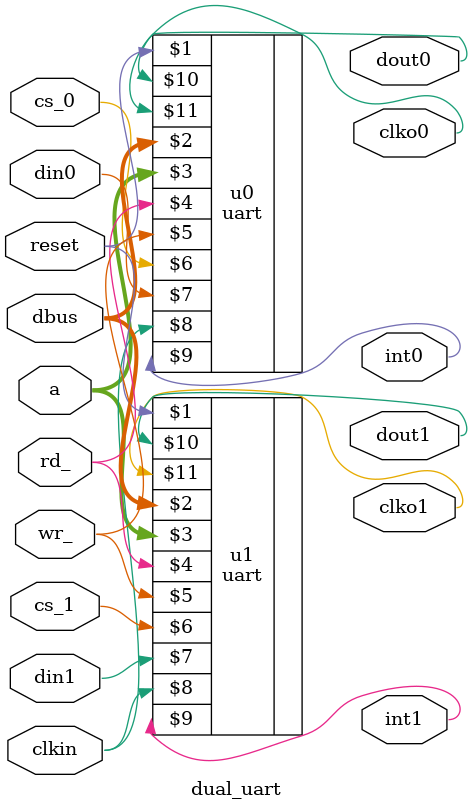
<source format=v>
module dual_uart	( 
							dbus, a, reset, rd_, wr_, 
							cs_0, cs_1, din0, din1, clkin,
							int0, int1, dout0, dout1, clko0, clko1
);

inout [7:0] dbus;
input [2:0]	a;
input	reset, rd_, wr_;
input	cs_0, cs_1, din0, din1, clkin;


output int0, int1, dout0, dout1, clko0, clko1;

//the first instance of a single UART module
uart	u0(
	reset, dbus, a, rd_, wr_, cs_0, din0, clkin,
	int0, dout0, clko0
);

// the second instance of a single UART module
uart	u1(
	reset, dbus, a, rd_, wr_, cs_1, din1, clkin,
	int1, dout1, clko1
);

endmodule




</source>
